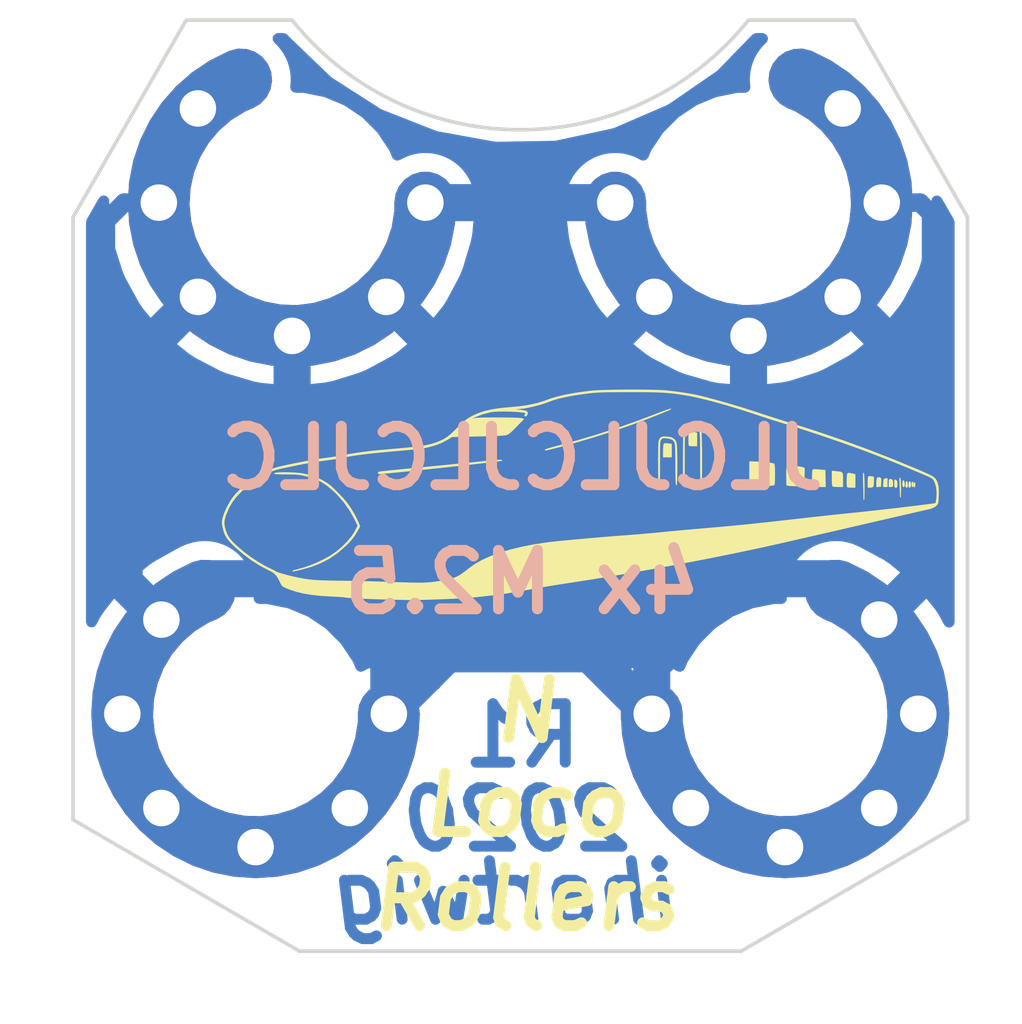
<source format=kicad_pcb>
(kicad_pcb (version 20171130) (host pcbnew "(5.1.6-0)")

  (general
    (thickness 1.2)
    (drawings 16)
    (tracks 33)
    (zones 0)
    (modules 5)
    (nets 2)
  )

  (page A4)
  (title_block
    (title "Loco Rollers")
    (date 2020-12-23)
    (rev R1)
    (company "Design By: Ian Hartwig")
    (comment 1 "For N Scale (1:160)")
  )

  (layers
    (0 F.Cu signal)
    (31 B.Cu signal)
    (32 B.Adhes user)
    (33 F.Adhes user)
    (34 B.Paste user)
    (35 F.Paste user)
    (36 B.SilkS user)
    (37 F.SilkS user)
    (38 B.Mask user)
    (39 F.Mask user)
    (40 Dwgs.User user)
    (41 Cmts.User user)
    (42 Eco1.User user)
    (43 Eco2.User user)
    (44 Edge.Cuts user)
    (45 Margin user)
    (46 B.CrtYd user hide)
    (47 F.CrtYd user hide)
    (48 B.Fab user hide)
    (49 F.Fab user hide)
  )

  (setup
    (last_trace_width 0.508)
    (user_trace_width 0.1524)
    (user_trace_width 0.254)
    (user_trace_width 0.508)
    (trace_clearance 0.254)
    (zone_clearance 0.1524)
    (zone_45_only no)
    (trace_min 0.1524)
    (via_size 0.6096)
    (via_drill 0.3048)
    (via_min_size 0.4)
    (via_min_drill 0.3)
    (uvia_size 0.3)
    (uvia_drill 0.1)
    (uvias_allowed no)
    (uvia_min_size 0.2)
    (uvia_min_drill 0.1)
    (edge_width 0.05)
    (segment_width 0.2)
    (pcb_text_width 0.3)
    (pcb_text_size 1.5 1.5)
    (mod_edge_width 0.12)
    (mod_text_size 0.8 0.8)
    (mod_text_width 0.15)
    (pad_size 1.524 1.524)
    (pad_drill 0.762)
    (pad_to_mask_clearance 0.05)
    (aux_axis_origin 150 120)
    (visible_elements FFFFFF7F)
    (pcbplotparams
      (layerselection 0x010f0_ffffffff)
      (usegerberextensions false)
      (usegerberattributes true)
      (usegerberadvancedattributes true)
      (creategerberjobfile true)
      (excludeedgelayer true)
      (linewidth 0.100000)
      (plotframeref false)
      (viasonmask false)
      (mode 1)
      (useauxorigin true)
      (hpglpennumber 1)
      (hpglpenspeed 20)
      (hpglpendiameter 15.000000)
      (psnegative false)
      (psa4output false)
      (plotreference true)
      (plotvalue true)
      (plotinvisibletext false)
      (padsonsilk false)
      (subtractmaskfromsilk true)
      (outputformat 1)
      (mirror false)
      (drillshape 0)
      (scaleselection 1)
      (outputdirectory "gerber"))
  )

  (net 0 "")
  (net 1 /PWR)

  (net_class Default "This is the default net class."
    (clearance 0.254)
    (trace_width 0.508)
    (via_dia 0.6096)
    (via_drill 0.3048)
    (uvia_dia 0.3)
    (uvia_drill 0.1)
    (add_net /PWR)
  )

  (module loco-rollers-n:shinkansen_e5_mark_3000dpi_nocu (layer F.Cu) (tedit 0) (tstamp 5FE3EE6A)
    (at 156.95 113.75)
    (fp_text reference G*** (at 0 0) (layer F.SilkS) hide
      (effects (font (size 1.524 1.524) (thickness 0.3)))
    )
    (fp_text value LOGO (at 0.75 0) (layer F.SilkS) hide
      (effects (font (size 1.524 1.524) (thickness 0.3)))
    )
    (fp_poly (pts (xy -0.946622 -1.112751) (xy -0.939801 -1.092309) (xy -0.9398 -1.092069) (xy -0.946733 -1.076469)
      (xy -0.963302 -1.068131) (xy -0.983161 -1.068723) (xy -0.997373 -1.07696) (xy -1.006992 -1.094591)
      (xy -1.000093 -1.110374) (xy -0.986617 -1.119026) (xy -0.963751 -1.122534) (xy -0.946622 -1.112751)) (layer F.Mask) (width 0.01))
    (fp_poly (pts (xy -1.050186 -1.117771) (xy -1.034963 -1.103271) (xy -1.036147 -1.086054) (xy -1.043093 -1.07696)
      (xy -1.063103 -1.067441) (xy -1.085432 -1.072173) (xy -1.095469 -1.079745) (xy -1.104097 -1.096339)
      (xy -1.099544 -1.111145) (xy -1.08551 -1.121055) (xy -1.065697 -1.122961) (xy -1.050186 -1.117771)) (layer F.Mask) (width 0.01))
    (fp_poly (pts (xy -1.144835 -1.118853) (xy -1.133184 -1.107195) (xy -1.132093 -1.091546) (xy -1.139731 -1.079745)
      (xy -1.16087 -1.068038) (xy -1.182821 -1.070415) (xy -1.192107 -1.07696) (xy -1.201711 -1.094787)
      (xy -1.194732 -1.11091) (xy -1.185013 -1.117771) (xy -1.163345 -1.123415) (xy -1.144835 -1.118853)) (layer F.Mask) (width 0.01))
    (fp_poly (pts (xy -1.248582 -1.119026) (xy -1.231697 -1.105881) (xy -1.228406 -1.091016) (xy -1.236138 -1.077741)
      (xy -1.252317 -1.069369) (xy -1.274372 -1.069209) (xy -1.284817 -1.072407) (xy -1.294129 -1.083706)
      (xy -1.293424 -1.101088) (xy -1.283081 -1.11727) (xy -1.282449 -1.117808) (xy -1.267618 -1.124238)
      (xy -1.248582 -1.119026)) (layer F.Mask) (width 0.01))
    (fp_poly (pts (xy 4.565389 0.034411) (xy 4.589152 0.036132) (xy 4.601676 0.039595) (xy 4.605798 0.04525)
      (xy 4.605867 0.046405) (xy 4.603809 0.053745) (xy 4.595966 0.059248) (xy 4.579839 0.063461)
      (xy 4.552925 0.066928) (xy 4.512722 0.070192) (xy 4.48945 0.071752) (xy 4.452727 0.073886)
      (xy 4.429709 0.07422) (xy 4.417221 0.072301) (xy 4.412089 0.067676) (xy 4.411134 0.060558)
      (xy 4.413995 0.049733) (xy 4.42414 0.042199) (xy 4.443909 0.037421) (xy 4.475644 0.034865)
      (xy 4.521685 0.033997) (xy 4.52755 0.033982) (xy 4.565389 0.034411)) (layer F.Mask) (width 0.01))
    (fp_poly (pts (xy 4.321027 0.051651) (xy 4.333995 0.05341) (xy 4.340633 0.056428) (xy 4.343062 0.060848)
      (xy 4.3434 0.066493) (xy 4.342846 0.074074) (xy 4.339812 0.079976) (xy 4.332246 0.084573)
      (xy 4.318093 0.088239) (xy 4.295298 0.091348) (xy 4.261807 0.094275) (xy 4.215565 0.097392)
      (xy 4.15452 0.101073) (xy 4.1529 0.101169) (xy 4.087034 0.105039) (xy 4.036142 0.107828)
      (xy 3.998294 0.109433) (xy 3.971559 0.10975) (xy 3.954006 0.108676) (xy 3.943704 0.106106)
      (xy 3.938722 0.101938) (xy 3.93713 0.096067) (xy 3.937 0.089573) (xy 3.937628 0.081161)
      (xy 3.94077 0.074534) (xy 3.948309 0.069397) (xy 3.962133 0.065458) (xy 3.984126 0.062423)
      (xy 4.016174 0.059998) (xy 4.060162 0.057891) (xy 4.117976 0.055808) (xy 4.163484 0.054341)
      (xy 4.222959 0.052496) (xy 4.267628 0.051337) (xy 4.299611 0.051008) (xy 4.321027 0.051651)) (layer F.Mask) (width 0.01))
    (fp_poly (pts (xy 3.767989 0.067733) (xy 3.762404 0.091017) (xy 3.757179 0.109339) (xy 3.753251 0.118352)
      (xy 3.744258 0.119449) (xy 3.720261 0.120766) (xy 3.683186 0.122242) (xy 3.634962 0.123813)
      (xy 3.577516 0.125416) (xy 3.512773 0.126988) (xy 3.447525 0.12837) (xy 3.276113 0.13183)
      (xy 3.098761 0.135555) (xy 2.917071 0.139503) (xy 2.732641 0.143636) (xy 2.547074 0.147913)
      (xy 2.36197 0.152294) (xy 2.178929 0.156739) (xy 1.999552 0.161208) (xy 1.825439 0.165661)
      (xy 1.658191 0.170059) (xy 1.499409 0.17436) (xy 1.350694 0.178525) (xy 1.213644 0.182514)
      (xy 1.089863 0.186287) (xy 0.980949 0.189803) (xy 0.9525 0.190765) (xy 0.793643 0.196548)
      (xy 0.648168 0.202624) (xy 0.512525 0.209192) (xy 0.383163 0.216453) (xy 0.256532 0.224608)
      (xy 0.12908 0.233858) (xy -0.002742 0.244401) (xy -0.0127 0.245233) (xy -0.074228 0.250302)
      (xy -0.135462 0.255202) (xy -0.192567 0.259634) (xy -0.241704 0.263304) (xy -0.279036 0.265914)
      (xy -0.287866 0.266478) (xy -0.329803 0.269064) (xy -0.37154 0.271652) (xy -0.405958 0.273801)
      (xy -0.414866 0.274362) (xy -0.451019 0.275061) (xy -0.48846 0.273419) (xy -0.502434 0.272002)
      (xy -0.543435 0.2667) (xy -0.523601 0.24871) (xy -0.49946 0.233968) (xy -0.45991 0.218798)
      (xy -0.406465 0.203433) (xy -0.340635 0.188107) (xy -0.263934 0.173052) (xy -0.177872 0.158501)
      (xy -0.083963 0.144687) (xy 0.016281 0.131843) (xy 0.121349 0.120202) (xy 0.229728 0.109997)
      (xy 0.339907 0.10146) (xy 0.450372 0.094825) (xy 0.486829 0.093084) (xy 0.520462 0.091916)
      (xy 0.569868 0.090681) (xy 0.633884 0.089388) (xy 0.71135 0.088049) (xy 0.801104 0.086674)
      (xy 0.901985 0.085274) (xy 1.012831 0.083858) (xy 1.132482 0.082439) (xy 1.259777 0.081025)
      (xy 1.393553 0.079628) (xy 1.53265 0.078258) (xy 1.675906 0.076926) (xy 1.822161 0.075642)
      (xy 1.970253 0.074417) (xy 2.11902 0.073261) (xy 2.267302 0.072185) (xy 2.413937 0.0712)
      (xy 2.557765 0.070315) (xy 2.697623 0.069542) (xy 2.83235 0.068891) (xy 2.960786 0.068372)
      (xy 3.081769 0.067997) (xy 3.194138 0.067775) (xy 3.283111 0.067715) (xy 3.767989 0.067733)) (layer F.Mask) (width 0.01))
    (fp_poly (pts (xy 1.53151 -0.858827) (xy 1.544478 -0.856028) (xy 1.591734 -0.845452) (xy 1.591734 -0.668867)
      (xy 1.542345 -0.668867) (xy 1.514777 -0.669766) (xy 1.494517 -0.672094) (xy 1.487311 -0.674511)
      (xy 1.48439 -0.685704) (xy 1.482598 -0.709229) (xy 1.481881 -0.74053) (xy 1.482179 -0.775047)
      (xy 1.483436 -0.808223) (xy 1.485595 -0.835499) (xy 1.488598 -0.852317) (xy 1.489574 -0.854518)
      (xy 1.496542 -0.860953) (xy 1.509033 -0.862349) (xy 1.53151 -0.858827)) (layer F.SilkS) (width 0.01))
    (fp_poly (pts (xy 1.231527 -1.171401) (xy 1.213977 -1.162639) (xy 1.184089 -1.149437) (xy 1.143642 -1.132493)
      (xy 1.094416 -1.112502) (xy 1.038191 -1.090161) (xy 0.976747 -1.066165) (xy 0.911862 -1.041211)
      (xy 0.845317 -1.015994) (xy 0.778892 -0.991212) (xy 0.714366 -0.967559) (xy 0.653519 -0.945733)
      (xy 0.608276 -0.929913) (xy 0.456935 -0.878884) (xy 0.300755 -0.828365) (xy 0.143491 -0.779491)
      (xy -0.011102 -0.733394) (xy -0.15927 -0.691208) (xy -0.297257 -0.654065) (xy -0.353052 -0.639794)
      (xy -0.401759 -0.627574) (xy -0.436422 -0.619014) (xy -0.459426 -0.613676) (xy -0.473157 -0.611119)
      (xy -0.480002 -0.610904) (xy -0.482345 -0.612593) (xy -0.482573 -0.615746) (xy -0.482572 -0.61595)
      (xy -0.474792 -0.620051) (xy -0.453238 -0.627475) (xy -0.420553 -0.63741) (xy -0.379386 -0.649046)
      (xy -0.340755 -0.659392) (xy -0.048556 -0.73907) (xy 0.231316 -0.822184) (xy 0.50335 -0.910185)
      (xy 0.772036 -1.004525) (xy 1.036826 -1.104682) (xy 1.089876 -1.125144) (xy 1.138071 -1.143176)
      (xy 1.179052 -1.157941) (xy 1.210462 -1.168603) (xy 1.229943 -1.174323) (xy 1.234959 -1.175029)
      (xy 1.231527 -1.171401)) (layer F.SilkS) (width 0.01))
    (fp_poly (pts (xy 1.197092 -0.698984) (xy 1.2446 -0.693048) (xy 1.2446 -0.516467) (xy 1.134534 -0.516467)
      (xy 1.134663 -0.599017) (xy 1.135445 -0.635731) (xy 1.13744 -0.666687) (xy 1.140301 -0.687539)
      (xy 1.142188 -0.693243) (xy 1.151292 -0.699818) (xy 1.169522 -0.701445) (xy 1.197092 -0.698984)) (layer F.SilkS) (width 0.01))
    (fp_poly (pts (xy -1.085216 -0.473714) (xy -1.076064 -0.471307) (xy -1.076533 -0.470044) (xy -1.086139 -0.4678)
      (xy -1.111204 -0.463992) (xy -1.150342 -0.458772) (xy -1.202166 -0.452288) (xy -1.265289 -0.444692)
      (xy -1.338324 -0.436131) (xy -1.419884 -0.426757) (xy -1.508582 -0.416719) (xy -1.603032 -0.406166)
      (xy -1.701845 -0.395248) (xy -1.803637 -0.384116) (xy -1.907019 -0.372918) (xy -2.010604 -0.361805)
      (xy -2.113007 -0.350926) (xy -2.212839 -0.340431) (xy -2.308714 -0.33047) (xy -2.399246 -0.321193)
      (xy -2.483046 -0.312749) (xy -2.558729 -0.305288) (xy -2.624907 -0.298959) (xy -2.680194 -0.293914)
      (xy -2.723202 -0.2903) (xy -2.752545 -0.288268) (xy -2.763849 -0.287867) (xy -2.76813 -0.294729)
      (xy -2.7686 -0.299958) (xy -2.768972 -0.302394) (xy -2.769378 -0.304514) (xy -2.768753 -0.306442)
      (xy -2.766034 -0.308302) (xy -2.760154 -0.310219) (xy -2.75005 -0.312317) (xy -2.734656 -0.314722)
      (xy -2.712909 -0.317556) (xy -2.683742 -0.320946) (xy -2.646092 -0.325015) (xy -2.598894 -0.329888)
      (xy -2.541083 -0.33569) (xy -2.471595 -0.342545) (xy -2.389365 -0.350577) (xy -2.293327 -0.359912)
      (xy -2.182418 -0.370673) (xy -2.074333 -0.381164) (xy -1.969977 -0.39133) (xy -1.86691 -0.401431)
      (xy -1.766949 -0.411285) (xy -1.671912 -0.42071) (xy -1.583614 -0.429525) (xy -1.503873 -0.437548)
      (xy -1.434505 -0.444597) (xy -1.377328 -0.45049) (xy -1.334157 -0.455046) (xy -1.316567 -0.456969)
      (xy -1.251083 -0.463854) (xy -1.193547 -0.469061) (xy -1.145617 -0.4725) (xy -1.108954 -0.474082)
      (xy -1.085216 -0.473714)) (layer F.SilkS) (width 0.01))
    (fp_poly (pts (xy 1.176582 -0.792987) (xy 1.190539 -0.791815) (xy 1.238824 -0.78316) (xy 1.273692 -0.766565)
      (xy 1.297436 -0.740412) (xy 1.311439 -0.706478) (xy 1.313919 -0.689524) (xy 1.316032 -0.659417)
      (xy 1.317775 -0.618533) (xy 1.319143 -0.569244) (xy 1.320134 -0.513926) (xy 1.320744 -0.454951)
      (xy 1.320968 -0.394694) (xy 1.320804 -0.335528) (xy 1.320247 -0.279828) (xy 1.319293 -0.229967)
      (xy 1.317939 -0.18832) (xy 1.316182 -0.15726) (xy 1.314017 -0.13916) (xy 1.312334 -0.135467)
      (xy 1.309742 -0.143842) (xy 1.307566 -0.168614) (xy 1.305824 -0.209249) (xy 1.304533 -0.265215)
      (xy 1.30371 -0.335978) (xy 1.303389 -0.408517) (xy 1.302954 -0.497514) (xy 1.301973 -0.570256)
      (xy 1.300423 -0.627415) (xy 1.29828 -0.66966) (xy 1.295522 -0.697664) (xy 1.292806 -0.710407)
      (xy 1.2777 -0.739089) (xy 1.254202 -0.758635) (xy 1.21951 -0.770676) (xy 1.180101 -0.77615)
      (xy 1.148688 -0.778398) (xy 1.129265 -0.777835) (xy 1.116968 -0.773309) (xy 1.106935 -0.763674)
      (xy 1.102149 -0.757729) (xy 1.097223 -0.751035) (xy 1.093263 -0.743599) (xy 1.090166 -0.733615)
      (xy 1.087824 -0.719278) (xy 1.086133 -0.698783) (xy 1.084987 -0.670326) (xy 1.08428 -0.632101)
      (xy 1.083905 -0.582303) (xy 1.083759 -0.519127) (xy 1.083734 -0.443358) (xy 1.083489 -0.356827)
      (xy 1.082766 -0.284894) (xy 1.081577 -0.228023) (xy 1.079936 -0.186676) (xy 1.077857 -0.161317)
      (xy 1.075352 -0.152408) (xy 1.075267 -0.1524) (xy 1.072739 -0.160786) (xy 1.07064 -0.185631)
      (xy 1.068983 -0.226466) (xy 1.067781 -0.282822) (xy 1.067049 -0.354229) (xy 1.0668 -0.440218)
      (xy 1.0668 -0.440687) (xy 1.066907 -0.520754) (xy 1.067274 -0.585616) (xy 1.067972 -0.637004)
      (xy 1.069072 -0.676644) (xy 1.070644 -0.706266) (xy 1.072759 -0.727597) (xy 1.075488 -0.742368)
      (xy 1.078901 -0.752304) (xy 1.079588 -0.753703) (xy 1.093994 -0.77525) (xy 1.112484 -0.788128)
      (xy 1.138774 -0.793615) (xy 1.176582 -0.792987)) (layer F.SilkS) (width 0.01))
    (fp_poly (pts (xy 2.391833 -0.450431) (xy 2.44789 -0.447877) (xy 2.502172 -0.44415) (xy 2.551825 -0.439566)
      (xy 2.593997 -0.434439) (xy 2.625832 -0.429085) (xy 2.644479 -0.423819) (xy 2.647132 -0.422256)
      (xy 2.651807 -0.41396) (xy 2.655112 -0.396671) (xy 2.657217 -0.368297) (xy 2.658295 -0.326746)
      (xy 2.658533 -0.283289) (xy 2.658209 -0.237298) (xy 2.657317 -0.196678) (xy 2.655975 -0.164739)
      (xy 2.654302 -0.144793) (xy 2.653394 -0.140393) (xy 2.649488 -0.135461) (xy 2.640575 -0.131925)
      (xy 2.624307 -0.129589) (xy 2.598337 -0.128256) (xy 2.560318 -0.127731) (xy 2.507902 -0.127817)
      (xy 2.503111 -0.127844) (xy 2.45372 -0.12846) (xy 2.408962 -0.129629) (xy 2.372132 -0.131219)
      (xy 2.346526 -0.133097) (xy 2.3368 -0.134576) (xy 2.315633 -0.140464) (xy 2.315633 -0.452967)
      (xy 2.391833 -0.450431)) (layer F.SilkS) (width 0.01))
    (fp_poly (pts (xy 2.866729 -0.395717) (xy 2.900247 -0.393329) (xy 2.926924 -0.390832) (xy 2.967216 -0.3863)
      (xy 3.003331 -0.381188) (xy 3.030637 -0.376212) (xy 3.042462 -0.37303) (xy 3.0654 -0.364309)
      (xy 3.0607 -0.122767) (xy 2.976033 -0.121715) (xy 2.935518 -0.121791) (xy 2.897468 -0.122872)
      (xy 2.867647 -0.124753) (xy 2.8575 -0.125948) (xy 2.823633 -0.131233) (xy 2.821522 -0.254)
      (xy 2.821262 -0.298594) (xy 2.821985 -0.337616) (xy 2.823556 -0.367706) (xy 2.825842 -0.385504)
      (xy 2.826867 -0.38834) (xy 2.832993 -0.393296) (xy 2.845296 -0.395731) (xy 2.866729 -0.395717)) (layer F.SilkS) (width 0.01))
    (fp_poly (pts (xy 4.5466 -0.173567) (xy 4.552326 -0.162308) (xy 4.555034 -0.141791) (xy 4.555067 -0.1392)
      (xy 4.552906 -0.119813) (xy 4.547606 -0.110273) (xy 4.5466 -0.110067) (xy 4.54133 -0.117585)
      (xy 4.538369 -0.136398) (xy 4.538134 -0.144433) (xy 4.539919 -0.165892) (xy 4.544744 -0.174071)
      (xy 4.5466 -0.173567)) (layer F.SilkS) (width 0.01))
    (fp_poly (pts (xy 4.4262 -0.189614) (xy 4.432285 -0.171173) (xy 4.434881 -0.149622) (xy 4.435296 -0.124726)
      (xy 4.431628 -0.112787) (xy 4.424297 -0.110067) (xy 4.416159 -0.114113) (xy 4.41212 -0.128514)
      (xy 4.411134 -0.153106) (xy 4.413512 -0.180891) (xy 4.419238 -0.192957) (xy 4.4262 -0.189614)) (layer F.SilkS) (width 0.01))
    (fp_poly (pts (xy 4.260827 -0.207078) (xy 4.262274 -0.206528) (xy 4.270739 -0.197994) (xy 4.274874 -0.178543)
      (xy 4.275667 -0.155728) (xy 4.275216 -0.129435) (xy 4.272304 -0.115866) (xy 4.264588 -0.110813)
      (xy 4.250267 -0.110067) (xy 4.224867 -0.110067) (xy 4.224867 -0.160867) (xy 4.226092 -0.191439)
      (xy 4.23113 -0.207667) (xy 4.242026 -0.212048) (xy 4.260827 -0.207078)) (layer F.SilkS) (width 0.01))
    (fp_poly (pts (xy 4.199467 -0.110067) (xy 4.147859 -0.110067) (xy 4.150379 -0.162983) (xy 4.152212 -0.191936)
      (xy 4.155483 -0.20807) (xy 4.162098 -0.215494) (xy 4.173963 -0.218314) (xy 4.176184 -0.218579)
      (xy 4.199467 -0.221258) (xy 4.199467 -0.110067)) (layer F.SilkS) (width 0.01))
    (fp_poly (pts (xy 4.093106 -0.233723) (xy 4.10499 -0.229858) (xy 4.111484 -0.223039) (xy 4.113913 -0.209116)
      (xy 4.113599 -0.183943) (xy 4.113064 -0.171193) (xy 4.110567 -0.1143) (xy 4.08305 -0.111647)
      (xy 4.055534 -0.108994) (xy 4.055663 -0.162447) (xy 4.057097 -0.199977) (xy 4.061987 -0.223038)
      (xy 4.07155 -0.233944) (xy 4.087003 -0.23501) (xy 4.093106 -0.233723)) (layer F.SilkS) (width 0.01))
    (fp_poly (pts (xy 3.49885 -0.318075) (xy 3.5372 -0.313987) (xy 3.562981 -0.30974) (xy 3.578671 -0.302301)
      (xy 3.586746 -0.288633) (xy 3.589682 -0.265702) (xy 3.589955 -0.230472) (xy 3.589867 -0.206516)
      (xy 3.589867 -0.110067) (xy 3.528484 -0.110735) (xy 3.496782 -0.111626) (xy 3.47119 -0.11334)
      (xy 3.456943 -0.115518) (xy 3.456517 -0.115674) (xy 3.451597 -0.123351) (xy 3.448308 -0.142849)
      (xy 3.446477 -0.175884) (xy 3.445933 -0.221933) (xy 3.445933 -0.323921) (xy 3.49885 -0.318075)) (layer F.SilkS) (width 0.01))
    (fp_poly (pts (xy 3.224974 -0.344384) (xy 3.258117 -0.342428) (xy 3.27317 -0.341185) (xy 3.348567 -0.334433)
      (xy 3.350929 -0.22225) (xy 3.353292 -0.110067) (xy 3.291663 -0.111422) (xy 3.256562 -0.112585)
      (xy 3.224353 -0.114317) (xy 3.202517 -0.116192) (xy 3.175 -0.119606) (xy 3.175 -0.229402)
      (xy 3.175428 -0.27722) (xy 3.176861 -0.31035) (xy 3.17952 -0.331019) (xy 3.183627 -0.341455)
      (xy 3.186387 -0.343568) (xy 3.199543 -0.344806) (xy 3.224974 -0.344384)) (layer F.SilkS) (width 0.01))
    (fp_poly (pts (xy 4.577787 -0.161553) (xy 4.580414 -0.144388) (xy 4.580467 -0.1407) (xy 4.57826 -0.119435)
      (xy 4.57286 -0.106518) (xy 4.572 -0.105833) (xy 4.566213 -0.109381) (xy 4.563587 -0.126546)
      (xy 4.563534 -0.130234) (xy 4.56574 -0.151499) (xy 4.57114 -0.164416) (xy 4.572 -0.1651)
      (xy 4.577787 -0.161553)) (layer F.SilkS) (width 0.01))
    (fp_poly (pts (xy 4.516871 -0.172814) (xy 4.520684 -0.15586) (xy 4.5212 -0.1397) (xy 4.519538 -0.114588)
      (xy 4.513887 -0.103149) (xy 4.5085 -0.1016) (xy 4.500129 -0.106586) (xy 4.496317 -0.12354)
      (xy 4.4958 -0.1397) (xy 4.497462 -0.164812) (xy 4.503114 -0.176251) (xy 4.5085 -0.1778)
      (xy 4.516871 -0.172814)) (layer F.SilkS) (width 0.01))
    (fp_poly (pts (xy 4.471592 -0.174435) (xy 4.475884 -0.155105) (xy 4.477214 -0.141817) (xy 4.477701 -0.116826)
      (xy 4.474263 -0.104696) (xy 4.466167 -0.1016) (xy 4.45791 -0.104897) (xy 4.454598 -0.117337)
      (xy 4.45512 -0.141817) (xy 4.458224 -0.165272) (xy 4.463224 -0.179764) (xy 4.466167 -0.182033)
      (xy 4.471592 -0.174435)) (layer F.SilkS) (width 0.01))
    (fp_poly (pts (xy 4.321672 -0.198779) (xy 4.331273 -0.183779) (xy 4.334824 -0.155593) (xy 4.334934 -0.147261)
      (xy 4.334169 -0.12067) (xy 4.330875 -0.106937) (xy 4.323553 -0.102018) (xy 4.318 -0.1016)
      (xy 4.308543 -0.103454) (xy 4.303432 -0.111596) (xy 4.301378 -0.1299) (xy 4.301067 -0.1524)
      (xy 4.301603 -0.179197) (xy 4.302997 -0.197605) (xy 4.304608 -0.2032) (xy 4.321672 -0.198779)) (layer F.SilkS) (width 0.01))
    (fp_poly (pts (xy 3.977899 -0.248993) (xy 3.982244 -0.248341) (xy 4.0132 -0.243318) (xy 4.013085 -0.191509)
      (xy 4.012244 -0.151416) (xy 4.008999 -0.125303) (xy 4.001946 -0.110246) (xy 3.989678 -0.10332)
      (xy 3.970791 -0.101602) (xy 3.969879 -0.1016) (xy 3.937 -0.1016) (xy 3.937 -0.173067)
      (xy 3.937792 -0.206156) (xy 3.939901 -0.232262) (xy 3.94293 -0.24716) (xy 3.944144 -0.248949)
      (xy 3.956555 -0.250606) (xy 3.977899 -0.248993)) (layer F.SilkS) (width 0.01))
    (fp_poly (pts (xy 3.698977 -0.29156) (xy 3.711944 -0.288761) (xy 3.7592 -0.278186) (xy 3.7592 -0.1016)
      (xy 3.709811 -0.1016) (xy 3.682244 -0.1025) (xy 3.661983 -0.104827) (xy 3.654778 -0.107245)
      (xy 3.651856 -0.118437) (xy 3.650065 -0.141963) (xy 3.649347 -0.173263) (xy 3.649646 -0.207781)
      (xy 3.650903 -0.240957) (xy 3.653062 -0.268233) (xy 3.656065 -0.285051) (xy 3.657041 -0.287252)
      (xy 3.664008 -0.293687) (xy 3.6765 -0.295082) (xy 3.698977 -0.29156)) (layer F.SilkS) (width 0.01))
    (fp_poly (pts (xy 1.570527 -0.95368) (xy 1.58881 -0.948052) (xy 1.606919 -0.937725) (xy 1.608171 -0.9369)
      (xy 1.636371 -0.910208) (xy 1.649373 -0.882624) (xy 1.651653 -0.866946) (xy 1.653665 -0.837366)
      (xy 1.655406 -0.795916) (xy 1.656871 -0.744631) (xy 1.658056 -0.685541) (xy 1.658957 -0.620681)
      (xy 1.659569 -0.552081) (xy 1.659889 -0.481776) (xy 1.659911 -0.411798) (xy 1.659633 -0.344179)
      (xy 1.659048 -0.280952) (xy 1.658155 -0.22415) (xy 1.656947 -0.175805) (xy 1.655422 -0.137949)
      (xy 1.653573 -0.112616) (xy 1.651399 -0.101839) (xy 1.651 -0.1016) (xy 1.648741 -0.110012)
      (xy 1.646819 -0.135034) (xy 1.645244 -0.176346) (xy 1.64402 -0.233628) (xy 1.643157 -0.30656)
      (xy 1.642661 -0.394822) (xy 1.642533 -0.478639) (xy 1.642486 -0.57348) (xy 1.642242 -0.652881)
      (xy 1.641652 -0.718337) (xy 1.640565 -0.77134) (xy 1.638832 -0.813384) (xy 1.636302 -0.845964)
      (xy 1.632824 -0.870572) (xy 1.628248 -0.888703) (xy 1.622424 -0.901849) (xy 1.615202 -0.911505)
      (xy 1.606432 -0.919165) (xy 1.597591 -0.925257) (xy 1.570474 -0.935519) (xy 1.529772 -0.940472)
      (xy 1.521161 -0.940759) (xy 1.499432 -0.941283) (xy 1.481146 -0.940942) (xy 1.466006 -0.9384)
      (xy 1.453716 -0.93232) (xy 1.443978 -0.921365) (xy 1.436497 -0.904199) (xy 1.430976 -0.879485)
      (xy 1.427118 -0.845887) (xy 1.424627 -0.802067) (xy 1.423206 -0.74669) (xy 1.422559 -0.678418)
      (xy 1.422389 -0.595915) (xy 1.4224 -0.497844) (xy 1.4224 -0.495572) (xy 1.422218 -0.392511)
      (xy 1.421668 -0.306184) (xy 1.420745 -0.236394) (xy 1.419446 -0.182946) (xy 1.417765 -0.145643)
      (xy 1.415698 -0.12429) (xy 1.413613 -0.118533) (xy 1.411319 -0.126066) (xy 1.409492 -0.148845)
      (xy 1.408127 -0.187149) (xy 1.407219 -0.241251) (xy 1.406765 -0.311428) (xy 1.40676 -0.397956)
      (xy 1.4072 -0.50111) (xy 1.407263 -0.511623) (xy 1.407852 -0.603428) (xy 1.408427 -0.679824)
      (xy 1.409063 -0.742335) (xy 1.409834 -0.792485) (xy 1.410814 -0.831797) (xy 1.412076 -0.861797)
      (xy 1.413694 -0.884007) (xy 1.415744 -0.899952) (xy 1.418298 -0.911157) (xy 1.42143 -0.919144)
      (xy 1.425216 -0.925438) (xy 1.427511 -0.928606) (xy 1.437891 -0.940788) (xy 1.449627 -0.948178)
      (xy 1.467281 -0.952215) (xy 1.495418 -0.954337) (xy 1.511192 -0.954993) (xy 1.546508 -0.955648)
      (xy 1.570527 -0.95368)) (layer F.SilkS) (width 0.01))
    (fp_poly (pts (xy 4.375297 -0.228226) (xy 4.377512 -0.222373) (xy 4.380445 -0.204034) (xy 4.382573 -0.172137)
      (xy 4.383773 -0.130041) (xy 4.383921 -0.081107) (xy 4.383602 -0.057273) (xy 4.382683 -0.016288)
      (xy 4.381695 0.013156) (xy 4.380715 0.02968) (xy 4.379825 0.031903) (xy 4.379159 0.020379)
      (xy 4.378032 -0.012951) (xy 4.376437 -0.057007) (xy 4.374602 -0.105595) (xy 4.373069 -0.144721)
      (xy 4.371631 -0.187952) (xy 4.371478 -0.215485) (xy 4.372677 -0.228512) (xy 4.375297 -0.228226)) (layer F.SilkS) (width 0.01))
    (fp_poly (pts (xy 3.876697 -0.292106) (xy 3.878128 -0.285951) (xy 3.880499 -0.265675) (xy 3.882383 -0.231599)
      (xy 3.883696 -0.186853) (xy 3.88436 -0.134565) (xy 3.88429 -0.077863) (xy 3.884076 -0.057351)
      (xy 3.883321 -0.008337) (xy 3.882498 0.029442) (xy 3.881657 0.054781) (xy 3.880845 0.06648)
      (xy 3.880114 0.063336) (xy 3.879654 0.0508) (xy 3.878732 0.014069) (xy 3.877483 -0.034522)
      (xy 3.876038 -0.089906) (xy 3.874529 -0.147017) (xy 3.873706 -0.1778) (xy 3.872489 -0.230572)
      (xy 3.872139 -0.267409) (xy 3.872697 -0.289292) (xy 3.874203 -0.297198) (xy 3.876697 -0.292106)) (layer F.SilkS) (width 0.01))
    (fp_poly (pts (xy -3.984037 -0.302663) (xy -3.931249 -0.300373) (xy -3.880401 -0.296885) (xy -3.83418 -0.292233)
      (xy -3.795274 -0.286449) (xy -3.7846 -0.28432) (xy -3.698434 -0.262799) (xy -3.623463 -0.237215)
      (xy -3.554037 -0.205255) (xy -3.484508 -0.164606) (xy -3.471139 -0.15592) (xy -3.449929 -0.141192)
      (xy -3.428408 -0.124397) (xy -3.404696 -0.103764) (xy -3.37691 -0.077521) (xy -3.34317 -0.043898)
      (xy -3.301593 -0.001124) (xy -3.256009 0.046567) (xy -3.200435 0.112042) (xy -3.145966 0.189369)
      (xy -3.095768 0.273589) (xy -3.053006 0.359746) (xy -3.046638 0.374384) (xy -3.022017 0.43224)
      (xy -3.053572 0.48917) (xy -3.085138 0.542541) (xy -3.117797 0.589357) (xy -3.155332 0.634407)
      (xy -3.201527 0.682477) (xy -3.222537 0.702914) (xy -3.327871 0.793992) (xy -3.43923 0.870455)
      (xy -3.558458 0.933304) (xy -3.687401 0.983539) (xy -3.798271 1.015191) (xy -3.853003 1.028504)
      (xy -3.892997 1.037962) (xy -3.919922 1.043896) (xy -3.93545 1.046634) (xy -3.941249 1.046506)
      (xy -3.93899 1.043844) (xy -3.937 1.042606) (xy -3.921927 1.036665) (xy -3.896805 1.029429)
      (xy -3.877733 1.02486) (xy -3.79659 1.003155) (xy -3.707812 0.972797) (xy -3.616735 0.936026)
      (xy -3.52869 0.895077) (xy -3.449011 0.85219) (xy -3.412066 0.829484) (xy -3.334048 0.773775)
      (xy -3.260514 0.711455) (xy -3.194121 0.645258) (xy -3.137528 0.577914) (xy -3.093394 0.512157)
      (xy -3.080992 0.489249) (xy -3.048111 0.423931) (xy -3.085662 0.345315) (xy -3.153509 0.221868)
      (xy -3.235522 0.104666) (xy -3.329187 -0.00295) (xy -3.396607 -0.067495) (xy -3.471784 -0.128929)
      (xy -3.545393 -0.177284) (xy -3.622163 -0.214951) (xy -3.706827 -0.244324) (xy -3.7846 -0.263713)
      (xy -3.821367 -0.271032) (xy -3.856097 -0.276301) (xy -3.892844 -0.279843) (xy -3.935663 -0.281975)
      (xy -3.988607 -0.283019) (xy -4.032251 -0.28327) (xy -4.081996 -0.283675) (xy -4.12536 -0.284582)
      (xy -4.159726 -0.285891) (xy -4.182476 -0.287503) (xy -4.190992 -0.289316) (xy -4.191001 -0.289374)
      (xy -4.183011 -0.294974) (xy -4.160837 -0.299175) (xy -4.127164 -0.302011) (xy -4.084682 -0.303515)
      (xy -4.036077 -0.303721) (xy -3.984037 -0.302663)) (layer F.SilkS) (width 0.01))
    (fp_poly (pts (xy 0.772718 -1.435466) (xy 0.863955 -1.434822) (xy 0.949697 -1.433569) (xy 1.027452 -1.431697)
      (xy 1.094729 -1.429196) (xy 1.149037 -1.426057) (xy 1.172634 -1.424038) (xy 1.265367 -1.413733)
      (xy 1.358996 -1.401513) (xy 1.448882 -1.388066) (xy 1.530389 -1.374078) (xy 1.589097 -1.362388)
      (xy 1.649842 -1.348331) (xy 1.723725 -1.329733) (xy 1.807824 -1.307428) (xy 1.89922 -1.282252)
      (xy 1.994992 -1.255039) (xy 2.09222 -1.226624) (xy 2.187983 -1.197842) (xy 2.279362 -1.169528)
      (xy 2.363436 -1.142516) (xy 2.396067 -1.131694) (xy 2.47296 -1.106203) (xy 2.560551 -1.077655)
      (xy 2.653307 -1.047822) (xy 2.745695 -1.018476) (xy 2.832182 -0.991388) (xy 2.887133 -0.974448)
      (xy 3.231393 -0.864971) (xy 3.579904 -0.745869) (xy 3.927596 -0.619003) (xy 4.269397 -0.486232)
      (xy 4.600233 -0.349416) (xy 4.650509 -0.327836) (xy 4.713486 -0.30046) (xy 4.762823 -0.278132)
      (xy 4.800498 -0.259359) (xy 4.828488 -0.242646) (xy 4.848772 -0.226498) (xy 4.863329 -0.209422)
      (xy 4.874135 -0.189924) (xy 4.88317 -0.16651) (xy 4.889364 -0.147421) (xy 4.895929 -0.122414)
      (xy 4.899928 -0.095146) (xy 4.901666 -0.061408) (xy 4.901451 -0.01699) (xy 4.900765 0.008721)
      (xy 4.899148 0.053993) (xy 4.897202 0.085666) (xy 4.894311 0.107069) (xy 4.889861 0.121534)
      (xy 4.883237 0.132393) (xy 4.8765 0.140142) (xy 4.8592 0.156572) (xy 4.8398 0.169608)
      (xy 4.814956 0.180626) (xy 4.781322 0.191003) (xy 4.735555 0.202115) (xy 4.714643 0.206739)
      (xy 4.693633 0.211425) (xy 4.657312 0.219665) (xy 4.606863 0.231188) (xy 4.543469 0.245719)
      (xy 4.468314 0.262988) (xy 4.382581 0.28272) (xy 4.287454 0.304643) (xy 4.184116 0.328485)
      (xy 4.073751 0.353974) (xy 3.957542 0.380835) (xy 3.836673 0.408798) (xy 3.712327 0.437589)
      (xy 3.683 0.444383) (xy 3.553592 0.474325) (xy 3.4244 0.504144) (xy 3.296908 0.533499)
      (xy 3.172601 0.562053) (xy 3.052963 0.589466) (xy 2.939479 0.6154) (xy 2.833633 0.639517)
      (xy 2.73691 0.661476) (xy 2.650794 0.68094) (xy 2.57677 0.697569) (xy 2.516322 0.711026)
      (xy 2.472267 0.720682) (xy 2.099831 0.799261) (xy 1.71486 0.876613) (xy 1.321747 0.951934)
      (xy 0.924883 1.024419) (xy 0.528661 1.093263) (xy 0.137474 1.157663) (xy -0.198966 1.209996)
      (xy -0.278907 1.222242) (xy -0.358876 1.234808) (xy -0.43611 1.247237) (xy -0.507846 1.259074)
      (xy -0.57132 1.26986) (xy -0.623768 1.279141) (xy -0.662426 1.28646) (xy -0.664633 1.286905)
      (xy -0.841046 1.319824) (xy -1.029287 1.349655) (xy -1.224427 1.375722) (xy -1.421533 1.397349)
      (xy -1.5621 1.409808) (xy -1.599494 1.412378) (xy -1.648975 1.415179) (xy -1.708256 1.418129)
      (xy -1.775049 1.421149) (xy -1.847067 1.424156) (xy -1.922022 1.427071) (xy -1.997625 1.429812)
      (xy -2.071591 1.432298) (xy -2.14163 1.434448) (xy -2.205456 1.436182) (xy -2.26078 1.437419)
      (xy -2.305315 1.438077) (xy -2.336774 1.438076) (xy -2.3495 1.437659) (xy -2.361794 1.437211)
      (xy -2.388901 1.436457) (xy -2.428704 1.435447) (xy -2.479087 1.434233) (xy -2.537933 1.432867)
      (xy -2.603125 1.4314) (xy -2.650066 1.430369) (xy -2.728449 1.428411) (xy -2.807492 1.425969)
      (xy -2.885287 1.42314) (xy -2.959927 1.420024) (xy -3.029503 1.416717) (xy -3.092106 1.413319)
      (xy -3.145829 1.409927) (xy -3.188762 1.40664) (xy -3.218999 1.403556) (xy -3.23463 1.400774)
      (xy -3.235908 1.400219) (xy -3.24577 1.398773) (xy -3.270022 1.396797) (xy -3.306132 1.39445)
      (xy -3.351569 1.391891) (xy -3.403803 1.389279) (xy -3.426461 1.388236) (xy -3.559797 1.379853)
      (xy -3.678744 1.367125) (xy -3.785377 1.349669) (xy -3.88177 1.327098) (xy -3.969998 1.299029)
      (xy -4.025087 1.277165) (xy -4.056129 1.263324) (xy -4.07619 1.251643) (xy -4.089913 1.237757)
      (xy -4.101944 1.2173) (xy -4.11277 1.194764) (xy -4.137749 1.145192) (xy -4.16152 1.108089)
      (xy -4.187682 1.079688) (xy -4.219831 1.056222) (xy -4.261567 1.033923) (xy -4.27036 1.029749)
      (xy -4.386065 0.968929) (xy -4.502861 0.895037) (xy -4.616478 0.811066) (xy -4.722644 0.720005)
      (xy -4.751013 0.693103) (xy -4.799319 0.643484) (xy -4.83573 0.598494) (xy -4.862605 0.553619)
      (xy -4.882302 0.504347) (xy -4.89718 0.446165) (xy -4.906253 0.396101) (xy -4.906177 0.387589)
      (xy -4.881965 0.387589) (xy -4.877109 0.433749) (xy -4.862716 0.486784) (xy -4.85913 0.497439)
      (xy -4.842804 0.539306) (xy -4.823542 0.575806) (xy -4.798619 0.610782) (xy -4.765308 0.648077)
      (xy -4.722527 0.689989) (xy -4.625193 0.775012) (xy -4.519749 0.855165) (xy -4.410565 0.927447)
      (xy -4.302016 0.988855) (xy -4.250266 1.014121) (xy -4.219008 1.029105) (xy -4.19276 1.042757)
      (xy -4.176174 1.052626) (xy -4.174066 1.05423) (xy -4.159979 1.0613) (xy -4.132239 1.071187)
      (xy -4.093731 1.083076) (xy -4.04734 1.096149) (xy -3.995952 1.109591) (xy -3.942454 1.122585)
      (xy -3.894667 1.133269) (xy -3.841213 1.144256) (xy -3.791717 1.153377) (xy -3.743757 1.160825)
      (xy -3.694908 1.166798) (xy -3.642748 1.17149) (xy -3.584852 1.175097) (xy -3.518797 1.177815)
      (xy -3.442161 1.17984) (xy -3.352519 1.181367) (xy -3.2893 1.18215) (xy -3.197824 1.183412)
      (xy -3.095805 1.185232) (xy -2.988288 1.187495) (xy -2.880319 1.190083) (xy -2.776942 1.19288)
      (xy -2.683203 1.195768) (xy -2.645833 1.197055) (xy -2.541566 1.200733) (xy -2.452504 1.203722)
      (xy -2.376933 1.206035) (xy -2.31314 1.207686) (xy -2.259411 1.20869) (xy -2.214034 1.209061)
      (xy -2.175293 1.208812) (xy -2.141476 1.207958) (xy -2.110868 1.206512) (xy -2.081757 1.204489)
      (xy -2.05252 1.201912) (xy -1.981104 1.193575) (xy -1.908424 1.182359) (xy -1.839118 1.169141)
      (xy -1.777825 1.154798) (xy -1.73243 1.141341) (xy -1.693958 1.125886) (xy -1.655065 1.105205)
      (xy -1.612617 1.077317) (xy -1.563485 1.040243) (xy -1.53082 1.013857) (xy -1.446159 0.952945)
      (xy -1.345645 0.896223) (xy -1.229879 0.843889) (xy -1.099464 0.796139) (xy -0.955 0.753171)
      (xy -0.797091 0.715179) (xy -0.626338 0.682362) (xy -0.443343 0.654915) (xy -0.424537 0.652492)
      (xy -0.390288 0.648514) (xy -0.341383 0.643366) (xy -0.280045 0.637246) (xy -0.208497 0.630353)
      (xy -0.128961 0.622886) (xy -0.043659 0.615044) (xy 0.045186 0.607027) (xy 0.135352 0.599033)
      (xy 0.224616 0.591262) (xy 0.310756 0.583913) (xy 0.39155 0.577184) (xy 0.464774 0.571275)
      (xy 0.528207 0.566386) (xy 0.5715 0.563266) (xy 0.628377 0.559133) (xy 0.695953 0.553866)
      (xy 0.770666 0.547773) (xy 0.848953 0.541165) (xy 0.927253 0.534349) (xy 1.002002 0.527635)
      (xy 1.069639 0.521331) (xy 1.126601 0.515746) (xy 1.159934 0.512242) (xy 1.190932 0.509047)
      (xy 1.236683 0.504628) (xy 1.295067 0.499177) (xy 1.363963 0.492885) (xy 1.441249 0.485944)
      (xy 1.524804 0.478545) (xy 1.612509 0.47088) (xy 1.702241 0.463141) (xy 1.722967 0.461368)
      (xy 1.817657 0.453224) (xy 1.906046 0.445476) (xy 1.989969 0.437936) (xy 2.071264 0.430414)
      (xy 2.151765 0.422723) (xy 2.233311 0.414674) (xy 2.317736 0.406078) (xy 2.406877 0.396746)
      (xy 2.502571 0.386491) (xy 2.606653 0.375124) (xy 2.72096 0.362455) (xy 2.847329 0.348297)
      (xy 2.987595 0.33246) (xy 3.077633 0.322251) (xy 3.165934 0.312313) (xy 3.25805 0.302103)
      (xy 3.350656 0.291979) (xy 3.440428 0.282298) (xy 3.524041 0.273418) (xy 3.598172 0.265698)
      (xy 3.659496 0.259496) (xy 3.6703 0.258433) (xy 3.733962 0.252046) (xy 3.806245 0.244515)
      (xy 3.885587 0.236023) (xy 3.970423 0.226753) (xy 4.05919 0.216889) (xy 4.150324 0.206613)
      (xy 4.242261 0.196111) (xy 4.333437 0.185564) (xy 4.42229 0.175157) (xy 4.507254 0.165073)
      (xy 4.586767 0.155496) (xy 4.659264 0.146608) (xy 4.723183 0.138594) (xy 4.776959 0.131638)
      (xy 4.819028 0.125921) (xy 4.847827 0.121629) (xy 4.861792 0.118944) (xy 4.862828 0.118507)
      (xy 4.867022 0.107468) (xy 4.871898 0.083975) (xy 4.876593 0.052438) (xy 4.877951 0.041065)
      (xy 4.881177 -0.033291) (xy 4.874177 -0.102229) (xy 4.857456 -0.16216) (xy 4.84578 -0.187313)
      (xy 4.837171 -0.202423) (xy 4.828367 -0.214381) (xy 4.816756 -0.224841) (xy 4.799725 -0.235458)
      (xy 4.774664 -0.247886) (xy 4.73896 -0.26378) (xy 4.695815 -0.282309) (xy 4.467139 -0.378615)
      (xy 4.248101 -0.467792) (xy 4.03395 -0.551641) (xy 3.819938 -0.631963) (xy 3.601315 -0.71056)
      (xy 3.373331 -0.789233) (xy 3.2512 -0.830207) (xy 3.172286 -0.856298) (xy 3.091479 -0.882741)
      (xy 3.011774 -0.908575) (xy 2.936169 -0.932837) (xy 2.867658 -0.954566) (xy 2.809239 -0.9728)
      (xy 2.764367 -0.986442) (xy 2.702417 -1.005269) (xy 2.630737 -1.027706) (xy 2.555577 -1.051756)
      (xy 2.483187 -1.075423) (xy 2.429933 -1.093262) (xy 2.2984 -1.136943) (xy 2.166757 -1.178716)
      (xy 2.037182 -1.217976) (xy 1.911852 -1.254115) (xy 1.792947 -1.286526) (xy 1.682644 -1.314604)
      (xy 1.58312 -1.33774) (xy 1.496554 -1.355329) (xy 1.476086 -1.35898) (xy 1.410408 -1.370022)
      (xy 1.350647 -1.37935) (xy 1.294576 -1.387105) (xy 1.239968 -1.393429) (xy 1.184594 -1.398464)
      (xy 1.126226 -1.402351) (xy 1.062638 -1.405233) (xy 0.991602 -1.407251) (xy 0.910889 -1.408546)
      (xy 0.818272 -1.409262) (xy 0.711524 -1.409538) (xy 0.681567 -1.409556) (xy 0.580011 -1.409487)
      (xy 0.493465 -1.409183) (xy 0.420004 -1.408591) (xy 0.357707 -1.407658) (xy 0.304648 -1.406333)
      (xy 0.258906 -1.404562) (xy 0.218557 -1.402292) (xy 0.181677 -1.399472) (xy 0.146344 -1.396047)
      (xy 0.132456 -1.394524) (xy 0.008328 -1.378854) (xy -0.10622 -1.361035) (xy -0.209659 -1.341382)
      (xy -0.300464 -1.320209) (xy -0.377106 -1.29783) (xy -0.427566 -1.279116) (xy -0.48699 -1.256761)
      (xy -0.555243 -1.235392) (xy -0.62813 -1.215971) (xy -0.701454 -1.199457) (xy -0.771016 -1.186813)
      (xy -0.83262 -1.178998) (xy -0.874319 -1.176867) (xy -0.901046 -1.176079) (xy -0.911451 -1.173882)
      (xy -0.906062 -1.170524) (xy -0.88541 -1.166255) (xy -0.850024 -1.161325) (xy -0.838392 -1.159955)
      (xy -0.795445 -1.154652) (xy -0.766192 -1.149693) (xy -0.747444 -1.144104) (xy -0.736014 -1.13691)
      (xy -0.728713 -1.127136) (xy -0.728247 -1.12628) (xy -0.726651 -1.110413) (xy -0.733664 -1.093301)
      (xy -0.745492 -1.080508) (xy -0.75834 -1.077601) (xy -0.760694 -1.078693) (xy -0.765187 -1.087114)
      (xy -0.757287 -1.098122) (xy -0.749425 -1.11181) (xy -0.751508 -1.118961) (xy -0.765935 -1.125083)
      (xy -0.794525 -1.130534) (xy -0.834516 -1.135221) (xy -0.883148 -1.13905) (xy -0.937659 -1.141927)
      (xy -0.995289 -1.143758) (xy -1.053277 -1.144449) (xy -1.108861 -1.143908) (xy -1.15928 -1.142039)
      (xy -1.201774 -1.13875) (xy -1.227667 -1.135133) (xy -1.344431 -1.10568) (xy -1.452322 -1.062109)
      (xy -1.454419 -1.061078) (xy -1.482494 -1.046752) (xy -1.503142 -1.035312) (xy -1.512977 -1.028667)
      (xy -1.513291 -1.027869) (xy -1.504441 -1.028802) (xy -1.484734 -1.034195) (xy -1.468571 -1.039447)
      (xy -1.455229 -1.043375) (xy -1.439311 -1.046525) (xy -1.418926 -1.048976) (xy -1.392182 -1.05081)
      (xy -1.357188 -1.052105) (xy -1.312053 -1.052941) (xy -1.254884 -1.053399) (xy -1.18379 -1.053557)
      (xy -1.134533 -1.053543) (xy -1.064414 -1.05325) (xy -0.998499 -1.05254) (xy -0.939005 -1.051469)
      (xy -0.888147 -1.050093) (xy -0.848144 -1.048471) (xy -0.821211 -1.046658) (xy -0.810979 -1.045223)
      (xy -0.779525 -1.037167) (xy -0.878713 -0.934958) (xy -0.920587 -0.892665) (xy -0.953364 -0.861684)
      (xy -0.978914 -0.840425) (xy -0.999108 -0.827299) (xy -1.011767 -0.821866) (xy -1.028732 -0.818614)
      (xy -1.059117 -0.81556) (xy -1.103536 -0.812674) (xy -1.1626 -0.809928) (xy -1.236923 -0.807291)
      (xy -1.327116 -0.804733) (xy -1.403712 -0.802891) (xy -1.761791 -0.7948) (xy -1.816364 -0.760582)
      (xy -1.906405 -0.712947) (xy -2.009501 -0.674485) (xy -2.124157 -0.645706) (xy -2.180166 -0.635892)
      (xy -2.204172 -0.632783) (xy -2.242228 -0.628553) (xy -2.291512 -0.623483) (xy -2.349201 -0.617855)
      (xy -2.41247 -0.611951) (xy -2.478496 -0.606052) (xy -2.484966 -0.605488) (xy -2.611362 -0.594296)
      (xy -2.722662 -0.583951) (xy -2.82067 -0.574229) (xy -2.90719 -0.564909) (xy -2.984025 -0.555766)
      (xy -3.052979 -0.546578) (xy -3.115856 -0.537121) (xy -3.174459 -0.527172) (xy -3.230592 -0.516508)
      (xy -3.270063 -0.508353) (xy -3.311674 -0.500308) (xy -3.362868 -0.49162) (xy -3.416391 -0.48347)
      (xy -3.4544 -0.478333) (xy -3.536767 -0.467169) (xy -3.62607 -0.45365) (xy -3.716881 -0.438685)
      (xy -3.80377 -0.423182) (xy -3.881311 -0.408049) (xy -3.907367 -0.402547) (xy -3.957253 -0.391893)
      (xy -4.012667 -0.380307) (xy -4.064714 -0.36964) (xy -4.085889 -0.36539) (xy -4.182937 -0.341137)
      (xy -4.27518 -0.307369) (xy -4.364827 -0.262839) (xy -4.454084 -0.206301) (xy -4.545159 -0.136509)
      (xy -4.64012 -0.052344) (xy -4.712487 0.022368) (xy -4.770843 0.098412) (xy -4.817875 0.17993)
      (xy -4.856272 0.271065) (xy -4.863586 0.2921) (xy -4.877415 0.342356) (xy -4.881965 0.387589)
      (xy -4.906177 0.387589) (xy -4.905932 0.36054) (xy -4.896368 0.314719) (xy -4.87891 0.261596)
      (xy -4.854904 0.204126) (xy -4.825698 0.145263) (xy -4.792638 0.087964) (xy -4.757073 0.035185)
      (xy -4.721843 -0.008467) (xy -4.687408 -0.043786) (xy -4.642888 -0.085072) (xy -4.592303 -0.128926)
      (xy -4.539674 -0.171949) (xy -4.489022 -0.210742) (xy -4.450369 -0.237954) (xy -4.401984 -0.269075)
      (xy -4.356436 -0.295588) (xy -4.311184 -0.318397) (xy -4.263689 -0.338407) (xy -4.211413 -0.356523)
      (xy -4.151815 -0.373649) (xy -4.082356 -0.39069) (xy -4.000497 -0.408549) (xy -3.932524 -0.422409)
      (xy -3.845273 -0.439734) (xy -3.771804 -0.454031) (xy -3.70933 -0.465781) (xy -3.655068 -0.475463)
      (xy -3.606232 -0.483556) (xy -3.560037 -0.49054) (xy -3.513697 -0.496893) (xy -3.464428 -0.503096)
      (xy -3.461976 -0.503394) (xy -3.410633 -0.510267) (xy -3.355346 -0.518713) (xy -3.303652 -0.527532)
      (xy -3.271476 -0.53373) (xy -3.212236 -0.545075) (xy -3.141117 -0.557191) (xy -3.063106 -0.56934)
      (xy -2.983192 -0.580786) (xy -2.906362 -0.590795) (xy -2.837603 -0.59863) (xy -2.8194 -0.600436)
      (xy -2.78444 -0.603701) (xy -2.736024 -0.60814) (xy -2.677562 -0.613445) (xy -2.612465 -0.619307)
      (xy -2.544146 -0.625419) (xy -2.480733 -0.631053) (xy -2.382242 -0.640094) (xy -2.298481 -0.648602)
      (xy -2.227273 -0.656961) (xy -2.16644 -0.665553) (xy -2.113804 -0.674764) (xy -2.067188 -0.684977)
      (xy -2.024412 -0.696576) (xy -1.9833 -0.709945) (xy -1.941674 -0.725467) (xy -1.938866 -0.726573)
      (xy -1.892991 -0.7467) (xy -1.851066 -0.770011) (xy -1.809904 -0.798842) (xy -1.766317 -0.835527)
      (xy -1.717116 -0.882402) (xy -1.693333 -0.90638) (xy -1.646938 -0.952847) (xy -1.60824 -0.989105)
      (xy -1.573887 -1.017773) (xy -1.540524 -1.041473) (xy -1.504796 -1.062823) (xy -1.468967 -1.081633)
      (xy -1.396623 -1.11378) (xy -1.318012 -1.140167) (xy -1.230803 -1.161321) (xy -1.132665 -1.177765)
      (xy -1.021265 -1.190024) (xy -0.969433 -1.194088) (xy -0.831847 -1.206967) (xy -0.708497 -1.225412)
      (xy -0.5975 -1.249801) (xy -0.496974 -1.280513) (xy -0.449483 -1.298589) (xy -0.387895 -1.320367)
      (xy -0.311648 -1.341759) (xy -0.223016 -1.362299) (xy -0.124272 -1.381523) (xy -0.01769 -1.398966)
      (xy 0.094456 -1.414163) (xy 0.143934 -1.419904) (xy 0.18945 -1.42377) (xy 0.249401 -1.427107)
      (xy 0.321295 -1.429906) (xy 0.402641 -1.432155) (xy 0.490947 -1.433846) (xy 0.583723 -1.434968)
      (xy 0.678477 -1.435512) (xy 0.772718 -1.435466)) (layer F.SilkS) (width 0.01))
  )

  (module loco-rollers-n:MountingHole_2.5mm_Pad_Via_NoPTH_Slice (layer B.Cu) (tedit 5FE2F8D3) (tstamp 5FE20CB3)
    (at 153 109.75 180)
    (descr "Mounting Hole 2.5mm")
    (tags "mounting hole 2.5mm")
    (path /5FE20D28)
    (attr virtual)
    (fp_text reference H1 (at 0 3.5) (layer B.SilkS) hide
      (effects (font (size 1 1) (thickness 0.15)) (justify mirror))
    )
    (fp_text value M2.5 (at 0 -3.5) (layer B.Fab)
      (effects (font (size 1 1) (thickness 0.15)) (justify mirror))
    )
    (fp_circle (center 0 0) (end 2.5 0) (layer Cmts.User) (width 0.15))
    (fp_circle (center 0 0) (end 2.75 0) (layer B.CrtYd) (width 0.05))
    (fp_text user %R (at 0.3 0) (layer B.Fab)
      (effects (font (size 1 1) (thickness 0.15)) (justify mirror))
    )
    (pad 1 smd custom (at -1.825 0 180) (size 0.25 0.25) (layers F.Cu F.Mask)
      (net 1 /PWR) (solder_mask_margin 0.25) (zone_connect 0)
      (options (clearance outline) (anchor circle))
      (primitives
        (gr_arc (start 1.825 0) (end 0 0) (angle 247.5) (width 0.85))
      ))
    (pad "" np_thru_hole circle (at 0 0 180) (size 2.5 2.5) (drill 2.5) (layers *.Cu *.Mask)
      (solder_mask_margin 0.25))
    (pad 1 thru_hole circle (at 1.29 1.29 180) (size 0.8 0.8) (drill 0.5) (layers *.Cu *.Mask)
      (net 1 /PWR))
    (pad 1 thru_hole circle (at -1.825 0 180) (size 0.8 0.8) (drill 0.5) (layers *.Cu *.Mask)
      (net 1 /PWR))
    (pad 1 thru_hole circle (at -1.29 -1.29 180) (size 0.8 0.8) (drill 0.5) (layers *.Cu *.Mask)
      (net 1 /PWR))
    (pad 1 thru_hole circle (at 0 -1.825 180) (size 0.8 0.8) (drill 0.5) (layers *.Cu *.Mask)
      (net 1 /PWR))
    (pad 1 thru_hole circle (at 1.29 -1.29 180) (size 0.8 0.8) (drill 0.5) (layers *.Cu *.Mask)
      (net 1 /PWR))
    (pad 1 thru_hole circle (at 1.825 0 180) (size 0.8 0.8) (drill 0.5) (layers *.Cu *.Mask)
      (net 1 /PWR))
    (pad 1 smd custom (at -1.825 0 180) (size 0.25 0.25) (layers B.Cu B.Mask)
      (net 1 /PWR) (solder_mask_margin 0.25) (zone_connect 0)
      (options (clearance outline) (anchor circle))
      (primitives
        (gr_arc (start 1.825 0) (end 0 0) (angle 247.5) (width 0.85))
      ))
  )

  (module loco-rollers-n:MountingHole_2.5mm_Pad_Via_NoPTH_Slice (layer B.Cu) (tedit 5FE2F8D3) (tstamp 5FE20CC2)
    (at 152.5 116.75 180)
    (descr "Mounting Hole 2.5mm")
    (tags "mounting hole 2.5mm")
    (path /5FE23D46)
    (attr virtual)
    (fp_text reference H2 (at 0 3.5) (layer B.SilkS) hide
      (effects (font (size 1 1) (thickness 0.15)) (justify mirror))
    )
    (fp_text value M2.5 (at 0 -3.5) (layer B.Fab)
      (effects (font (size 1 1) (thickness 0.15)) (justify mirror))
    )
    (fp_circle (center 0 0) (end 2.5 0) (layer Cmts.User) (width 0.15))
    (fp_circle (center 0 0) (end 2.75 0) (layer B.CrtYd) (width 0.05))
    (fp_text user %R (at 0.3 0) (layer B.Fab)
      (effects (font (size 1 1) (thickness 0.15)) (justify mirror))
    )
    (pad 1 smd custom (at -1.825 0 180) (size 0.25 0.25) (layers F.Cu F.Mask)
      (net 1 /PWR) (solder_mask_margin 0.25) (zone_connect 0)
      (options (clearance outline) (anchor circle))
      (primitives
        (gr_arc (start 1.825 0) (end 0 0) (angle 247.5) (width 0.85))
      ))
    (pad "" np_thru_hole circle (at 0 0 180) (size 2.5 2.5) (drill 2.5) (layers *.Cu *.Mask)
      (solder_mask_margin 0.25))
    (pad 1 thru_hole circle (at 1.29 1.29 180) (size 0.8 0.8) (drill 0.5) (layers *.Cu *.Mask)
      (net 1 /PWR))
    (pad 1 thru_hole circle (at -1.825 0 180) (size 0.8 0.8) (drill 0.5) (layers *.Cu *.Mask)
      (net 1 /PWR))
    (pad 1 thru_hole circle (at -1.29 -1.29 180) (size 0.8 0.8) (drill 0.5) (layers *.Cu *.Mask)
      (net 1 /PWR))
    (pad 1 thru_hole circle (at 0 -1.825 180) (size 0.8 0.8) (drill 0.5) (layers *.Cu *.Mask)
      (net 1 /PWR))
    (pad 1 thru_hole circle (at 1.29 -1.29 180) (size 0.8 0.8) (drill 0.5) (layers *.Cu *.Mask)
      (net 1 /PWR))
    (pad 1 thru_hole circle (at 1.825 0 180) (size 0.8 0.8) (drill 0.5) (layers *.Cu *.Mask)
      (net 1 /PWR))
    (pad 1 smd custom (at -1.825 0 180) (size 0.25 0.25) (layers B.Cu B.Mask)
      (net 1 /PWR) (solder_mask_margin 0.25) (zone_connect 0)
      (options (clearance outline) (anchor circle))
      (primitives
        (gr_arc (start 1.825 0) (end 0 0) (angle 247.5) (width 0.85))
      ))
  )

  (module loco-rollers-n:MountingHole_2.5mm_Pad_Via_NoPTH_Slice (layer F.Cu) (tedit 5FE2F8D3) (tstamp 5FE20CD1)
    (at 159.25 109.75)
    (descr "Mounting Hole 2.5mm")
    (tags "mounting hole 2.5mm")
    (path /5FE2413B)
    (attr virtual)
    (fp_text reference H3 (at 0 -3.5) (layer F.SilkS) hide
      (effects (font (size 1 1) (thickness 0.15)))
    )
    (fp_text value M2.5 (at 0 3.5) (layer F.Fab)
      (effects (font (size 1 1) (thickness 0.15)))
    )
    (fp_circle (center 0 0) (end 2.5 0) (layer Cmts.User) (width 0.15))
    (fp_circle (center 0 0) (end 2.75 0) (layer F.CrtYd) (width 0.05))
    (fp_text user %R (at 0.3 0) (layer F.Fab)
      (effects (font (size 1 1) (thickness 0.15)))
    )
    (pad 1 smd custom (at -1.825 0) (size 0.25 0.25) (layers B.Cu B.Mask)
      (net 1 /PWR) (solder_mask_margin 0.25) (zone_connect 0)
      (options (clearance outline) (anchor circle))
      (primitives
        (gr_arc (start 1.825 0) (end 0 0) (angle -247.5) (width 0.85))
      ))
    (pad "" np_thru_hole circle (at 0 0) (size 2.5 2.5) (drill 2.5) (layers *.Cu *.Mask)
      (solder_mask_margin 0.25))
    (pad 1 thru_hole circle (at 1.29 -1.29) (size 0.8 0.8) (drill 0.5) (layers *.Cu *.Mask)
      (net 1 /PWR))
    (pad 1 thru_hole circle (at -1.825 0) (size 0.8 0.8) (drill 0.5) (layers *.Cu *.Mask)
      (net 1 /PWR))
    (pad 1 thru_hole circle (at -1.29 1.29) (size 0.8 0.8) (drill 0.5) (layers *.Cu *.Mask)
      (net 1 /PWR))
    (pad 1 thru_hole circle (at 0 1.825) (size 0.8 0.8) (drill 0.5) (layers *.Cu *.Mask)
      (net 1 /PWR))
    (pad 1 thru_hole circle (at 1.29 1.29) (size 0.8 0.8) (drill 0.5) (layers *.Cu *.Mask)
      (net 1 /PWR))
    (pad 1 thru_hole circle (at 1.825 0) (size 0.8 0.8) (drill 0.5) (layers *.Cu *.Mask)
      (net 1 /PWR))
    (pad 1 smd custom (at -1.825 0) (size 0.25 0.25) (layers F.Cu F.Mask)
      (net 1 /PWR) (solder_mask_margin 0.25) (zone_connect 0)
      (options (clearance outline) (anchor circle))
      (primitives
        (gr_arc (start 1.825 0) (end 0 0) (angle -247.5) (width 0.85))
      ))
  )

  (module loco-rollers-n:MountingHole_2.5mm_Pad_Via_NoPTH_Slice (layer F.Cu) (tedit 5FE2F8D3) (tstamp 5FE20CE0)
    (at 159.75 116.75)
    (descr "Mounting Hole 2.5mm")
    (tags "mounting hole 2.5mm")
    (path /5FE24413)
    (attr virtual)
    (fp_text reference H4 (at 0 -3.5) (layer F.SilkS) hide
      (effects (font (size 1 1) (thickness 0.15)))
    )
    (fp_text value M2.5 (at 0 3.5) (layer F.Fab)
      (effects (font (size 1 1) (thickness 0.15)))
    )
    (fp_circle (center 0 0) (end 2.5 0) (layer Cmts.User) (width 0.15))
    (fp_circle (center 0 0) (end 2.75 0) (layer F.CrtYd) (width 0.05))
    (fp_text user %R (at 0.3 0) (layer F.Fab)
      (effects (font (size 1 1) (thickness 0.15)))
    )
    (pad 1 smd custom (at -1.825 0) (size 0.25 0.25) (layers B.Cu B.Mask)
      (net 1 /PWR) (solder_mask_margin 0.25) (zone_connect 0)
      (options (clearance outline) (anchor circle))
      (primitives
        (gr_arc (start 1.825 0) (end 0 0) (angle -247.5) (width 0.85))
      ))
    (pad "" np_thru_hole circle (at 0 0) (size 2.5 2.5) (drill 2.5) (layers *.Cu *.Mask)
      (solder_mask_margin 0.25))
    (pad 1 thru_hole circle (at 1.29 -1.29) (size 0.8 0.8) (drill 0.5) (layers *.Cu *.Mask)
      (net 1 /PWR))
    (pad 1 thru_hole circle (at -1.825 0) (size 0.8 0.8) (drill 0.5) (layers *.Cu *.Mask)
      (net 1 /PWR))
    (pad 1 thru_hole circle (at -1.29 1.29) (size 0.8 0.8) (drill 0.5) (layers *.Cu *.Mask)
      (net 1 /PWR))
    (pad 1 thru_hole circle (at 0 1.825) (size 0.8 0.8) (drill 0.5) (layers *.Cu *.Mask)
      (net 1 /PWR))
    (pad 1 thru_hole circle (at 1.29 1.29) (size 0.8 0.8) (drill 0.5) (layers *.Cu *.Mask)
      (net 1 /PWR))
    (pad 1 thru_hole circle (at 1.825 0) (size 0.8 0.8) (drill 0.5) (layers *.Cu *.Mask)
      (net 1 /PWR))
    (pad 1 smd custom (at -1.825 0) (size 0.25 0.25) (layers F.Cu F.Mask)
      (net 1 /PWR) (solder_mask_margin 0.25) (zone_connect 0)
      (options (clearance outline) (anchor circle))
      (primitives
        (gr_arc (start 1.825 0) (end 0 0) (angle -247.5) (width 0.85))
      ))
  )

  (gr_text R1 (at 156.15 117.05) (layer B.Cu) (tstamp 5FE3ECA7)
    (effects (font (size 0.8 0.8) (thickness 0.15)) (justify mirror))
  )
  (gr_text JLCJLCJLCJLC (at 156.15 113.25) (layer B.SilkS) (tstamp 5FE310BB)
    (effects (font (size 0.8 0.8) (thickness 0.15)) (justify mirror))
  )
  (gr_text ihartwig (at 155.95 119.2) (layer B.Cu) (tstamp 5FE30A24)
    (effects (font (size 0.8 0.8) (thickness 0.15) italic) (justify mirror))
  )
  (gr_text "N\nLoco\nRollers" (at 156.2 118) (layer F.SilkS) (tstamp 5FE2F6BF)
    (effects (font (size 0.8 0.8) (thickness 0.15) italic))
  )
  (gr_text "4x M2.5" (at 156.15 114.95) (layer B.SilkS) (tstamp 5FE30F9B)
    (effects (font (size 0.8 0.8) (thickness 0.15)) (justify mirror))
  )
  (gr_arc (start 156.125 104.75) (end 153.000001 107.249999) (angle -102.6803835) (layer Edge.Cuts) (width 0.05))
  (gr_line (start 153 107.25) (end 151.55 107.25) (layer Edge.Cuts) (width 0.05) (tstamp 5FE20DB6))
  (gr_line (start 160.7 107.25) (end 159.25 107.25) (layer Edge.Cuts) (width 0.05))
  (gr_line (start 162.25 109.95) (end 160.7 107.25) (layer Edge.Cuts) (width 0.05))
  (gr_line (start 162.25 118.2) (end 162.25 109.95) (layer Edge.Cuts) (width 0.05))
  (gr_line (start 159.15 120) (end 162.25 118.2) (layer Edge.Cuts) (width 0.05))
  (gr_line (start 153.1 120) (end 159.15 120) (layer Edge.Cuts) (width 0.05))
  (gr_line (start 150 109.95) (end 151.55 107.25) (layer Edge.Cuts) (width 0.05))
  (gr_line (start 150 118.2) (end 150 109.95) (layer Edge.Cuts) (width 0.05))
  (gr_line (start 153.1 120) (end 150 118.2) (layer Edge.Cuts) (width 0.05))
  (gr_text 2020 (at 156.1 118.2) (layer B.Cu)
    (effects (font (size 0.8 0.8) (thickness 0.15) italic) (justify mirror))
  )

  (segment (start 153 111.575) (end 153 112.85) (width 0.508) (layer B.Cu) (net 1))
  (segment (start 154.825 109.75) (end 155.7 109.75) (width 0.508) (layer B.Cu) (net 1))
  (segment (start 157.425 109.75) (end 156.55 109.75) (width 0.508) (layer B.Cu) (net 1))
  (segment (start 159.25 112.55) (end 159.25 111.575) (width 0.508) (layer B.Cu) (net 1))
  (segment (start 161.25 111.75) (end 160.54 111.04) (width 0.508) (layer B.Cu) (net 1))
  (segment (start 161.3 111.75) (end 161.25 111.75) (width 0.508) (layer B.Cu) (net 1))
  (segment (start 157.25 111.75) (end 157.96 111.04) (width 0.508) (layer B.Cu) (net 1))
  (segment (start 157.25 111.85) (end 157.25 111.75) (width 0.508) (layer B.Cu) (net 1))
  (segment (start 161.075 109.75) (end 161.6 109.75) (width 0.254) (layer B.Cu) (net 1))
  (segment (start 161.6 109.75) (end 161.75 109.9) (width 0.254) (layer B.Cu) (net 1))
  (segment (start 161.75 109.9) (end 161.75 110.55) (width 0.254) (layer B.Cu) (net 1))
  (segment (start 151.175 109.75) (end 150.7 109.75) (width 0.254) (layer B.Cu) (net 1))
  (segment (start 150.7 109.75) (end 150.45 110) (width 0.254) (layer B.Cu) (net 1))
  (segment (start 150.45 110) (end 150.45 110.6) (width 0.254) (layer B.Cu) (net 1))
  (segment (start 151 111.75) (end 151.71 111.04) (width 0.508) (layer B.Cu) (net 1))
  (segment (start 151 112) (end 151 111.75) (width 0.508) (layer B.Cu) (net 1))
  (segment (start 155.05 111.8) (end 154.29 111.04) (width 0.508) (layer B.Cu) (net 1))
  (segment (start 161.65 114.85) (end 161.04 115.46) (width 0.508) (layer B.Cu) (net 1))
  (segment (start 161.65 114.3) (end 161.65 114.85) (width 0.508) (layer B.Cu) (net 1))
  (segment (start 150.7 114.95) (end 151.21 115.46) (width 0.508) (layer B.Cu) (net 1))
  (segment (start 150.7 114.35) (end 150.7 114.95) (width 0.508) (layer B.Cu) (net 1))
  (segment (start 160.48 114.9) (end 161.04 115.46) (width 0.508) (layer B.Cu) (net 1))
  (segment (start 158.95 114.9) (end 160.48 114.9) (width 0.508) (layer B.Cu) (net 1))
  (segment (start 151.827644 114.9) (end 151.238822 115.488822) (width 0.508) (layer B.Cu) (net 1))
  (segment (start 153.65 114.9) (end 151.827644 114.9) (width 0.508) (layer B.Cu) (net 1))
  (segment (start 154.325 116.75) (end 154.325 116.725) (width 0.508) (layer B.Cu) (net 1))
  (segment (start 154.325 116.725) (end 155.05 116) (width 0.508) (layer B.Cu) (net 1))
  (segment (start 157.925 116.75) (end 157.9 116.75) (width 0.508) (layer B.Cu) (net 1))
  (segment (start 157.9 116.75) (end 157.15 116) (width 0.508) (layer B.Cu) (net 1))
  (segment (start 157.925 116.75) (end 157.925 116.075) (width 0.508) (layer B.Cu) (net 1))
  (segment (start 157.925 116.075) (end 158.3 115.7) (width 0.508) (layer B.Cu) (net 1))
  (segment (start 154.325 116.75) (end 154.325 116.025) (width 0.508) (layer B.Cu) (net 1))
  (segment (start 154.325 116.025) (end 153.95 115.65) (width 0.508) (layer B.Cu) (net 1))

  (zone (net 1) (net_name /PWR) (layer B.Cu) (tstamp 5FE3EF1E) (hatch edge 0.508)
    (connect_pads yes (clearance 0.1524))
    (min_thickness 0.1524)
    (fill yes (arc_segments 32) (thermal_gap 0.1524) (thermal_bridge_width 0.508))
    (polygon
      (pts
        (xy 163 121) (xy 149 121) (xy 149 107) (xy 163 107)
      )
    )
    (filled_polygon
      (pts
        (xy 152.888313 107.512844) (xy 152.897335 107.521803) (xy 152.905462 107.531578) (xy 152.907998 107.534049) (xy 153.47116 108.075231)
        (xy 153.489204 108.089461) (xy 153.507055 108.103947) (xy 153.510023 108.105879) (xy 154.167576 108.527369) (xy 154.18807 108.537838)
        (xy 154.208365 108.548566) (xy 154.211652 108.549885) (xy 154.938549 108.835629) (xy 154.960658 108.84191) (xy 154.98268 108.8485)
        (xy 154.98616 108.849155) (xy 155.754715 108.988268) (xy 155.777634 108.990136) (xy 155.800504 108.992322) (xy 155.804045 108.992289)
        (xy 155.804046 108.992289) (xy 156.584984 108.979473) (xy 156.607814 108.976855) (xy 156.630689 108.974556) (xy 156.634156 108.973835)
        (xy 157.397733 108.809579) (xy 157.419619 108.802577) (xy 157.441612 108.795878) (xy 157.444874 108.794498) (xy 158.162004 108.485056)
        (xy 158.182107 108.47394) (xy 158.202386 108.463094) (xy 158.205317 108.461106) (xy 158.848685 108.018266) (xy 158.866243 108.00346)
        (xy 158.884033 107.988878) (xy 158.886522 107.98636) (xy 159.356967 107.5036) (xy 159.441578 107.5036) (xy 159.388016 107.556605)
        (xy 159.346658 107.606419) (xy 159.300154 107.675102) (xy 159.269249 107.732021) (xy 159.236974 107.80843) (xy 159.21772 107.870249)
        (xy 159.200899 107.951471) (xy 159.194018 108.015866) (xy 159.193295 108.098808) (xy 159.199051 108.163303) (xy 159.200279 108.1698)
        (xy 159.094364 108.1698) (xy 158.789073 108.230526) (xy 158.501495 108.349645) (xy 158.242681 108.522578) (xy 158.022578 108.742681)
        (xy 157.849645 109.001495) (xy 157.809128 109.099311) (xy 157.740914 109.063271) (xy 157.680979 109.038753) (xy 157.601511 109.014989)
        (xy 157.537959 109.00258) (xy 157.455388 108.994703) (xy 157.390629 108.994873) (xy 157.308101 109.003185) (xy 157.244611 109.015931)
        (xy 157.165269 109.040115) (xy 157.105468 109.064948) (xy 157.032335 109.104081) (xy 156.978494 109.140058) (xy 156.914354 109.192651)
        (xy 156.868523 109.238404) (xy 156.815821 109.302454) (xy 156.779754 109.356231) (xy 156.740495 109.429298) (xy 156.715558 109.48906)
        (xy 156.691239 109.568361) (xy 156.678385 109.631831) (xy 156.669933 109.714344) (xy 156.668207 109.749049) (xy 156.668223 109.754983)
        (xy 156.668237 109.757279) (xy 156.668574 109.792315) (xy 156.670469 109.824672) (xy 156.67078 109.827556) (xy 156.670795 109.83046)
        (xy 156.672793 109.865124) (xy 156.673444 109.871022) (xy 156.673707 109.873331) (xy 156.715262 110.227076) (xy 156.720612 110.259049)
        (xy 156.728331 110.294449) (xy 156.735543 110.329899) (xy 156.743469 110.360541) (xy 156.74343 110.360552) (xy 156.743432 110.360559)
        (xy 156.743555 110.360876) (xy 156.744243 110.363535) (xy 156.746025 110.369186) (xy 156.746704 110.368972) (xy 156.747544 110.371131)
        (xy 156.74673 110.371394) (xy 156.856202 110.710325) (xy 156.867659 110.740645) (xy 156.882066 110.773779) (xy 156.896065 110.807246)
        (xy 156.911135 110.838556) (xy 156.913985 110.843761) (xy 156.915096 110.845774) (xy 157.088317 111.156992) (xy 157.10545 111.184517)
        (xy 157.126045 111.214259) (xy 157.146248 111.244325) (xy 157.167128 111.272132) (xy 157.170935 111.276684) (xy 157.172401 111.278425)
        (xy 157.402773 111.55007) (xy 157.424924 111.573741) (xy 157.450963 111.598974) (xy 157.476565 111.624487) (xy 157.50239 111.647661)
        (xy 157.507008 111.651388) (xy 157.508842 111.652857) (xy 157.78759 111.874582) (xy 157.813909 111.893495) (xy 157.844287 111.913148)
        (xy 157.87443 111.933251) (xy 157.904329 111.951001) (xy 157.90958 111.953757) (xy 157.909823 111.953294) (xy 157.911769 111.954496)
        (xy 157.911606 111.954812) (xy 158.228106 112.11817) (xy 158.2576 112.131612) (xy 158.29129 112.145019) (xy 158.324693 112.158855)
        (xy 158.352454 112.168685) (xy 158.352426 112.168768) (xy 158.352432 112.16877) (xy 158.354562 112.169432) (xy 158.357442 112.170452)
        (xy 158.363128 112.172136) (xy 158.363139 112.172099) (xy 158.365344 112.172784) (xy 158.70755 112.271556) (xy 158.739098 112.279013)
        (xy 158.774664 112.285605) (xy 158.810191 112.292704) (xy 158.844564 112.297719) (xy 158.850472 112.298267) (xy 158.852776 112.298472)
        (xy 159.207653 112.328896) (xy 159.240043 112.330084) (xy 159.276255 112.329642) (xy 159.312453 112.329705) (xy 159.347198 112.327942)
        (xy 159.35309 112.327332) (xy 159.352924 112.32573) (xy 159.355178 112.325507) (xy 159.355353 112.32709) (xy 159.70937 112.288006)
        (xy 159.741373 112.282881) (xy 159.776805 112.275415) (xy 159.812331 112.268445) (xy 159.846017 112.259983) (xy 159.851689 112.258238)
        (xy 159.853898 112.25755) (xy 160.193589 112.150445) (xy 160.223991 112.139199) (xy 160.257274 112.125003) (xy 160.290789 112.111257)
        (xy 160.32222 112.096397) (xy 160.327441 112.093585) (xy 160.326108 112.091111) (xy 160.328087 112.089999) (xy 160.329452 112.092493)
        (xy 160.641867 111.921451) (xy 160.669508 111.904513) (xy 160.699434 111.884099) (xy 160.729601 111.864132) (xy 160.757538 111.843459)
        (xy 160.762112 111.839688) (xy 160.761086 111.838444) (xy 160.762864 111.836987) (xy 160.763889 111.838213) (xy 161.03713 111.609748)
        (xy 161.060956 111.587762) (xy 161.086346 111.561924) (xy 161.112059 111.53648) (xy 161.135422 111.510806) (xy 161.139181 111.506214)
        (xy 161.140656 111.5044) (xy 161.364322 111.227207) (xy 161.383421 111.201015) (xy 161.403297 111.170757) (xy 161.423594 111.140778)
        (xy 161.441538 111.111031) (xy 161.444333 111.105796) (xy 161.445412 111.103759) (xy 161.610979 110.788401) (xy 161.624625 110.759004)
        (xy 161.638247 110.72546) (xy 161.652337 110.692103) (xy 161.66416 110.659442) (xy 161.665885 110.653764) (xy 161.666549 110.65155)
        (xy 161.767708 110.31004) (xy 161.775385 110.278545) (xy 161.782225 110.243026) (xy 161.789572 110.207548) (xy 161.794828 110.173194)
        (xy 161.795417 110.167289) (xy 161.795636 110.165006) (xy 161.828537 109.810351) (xy 161.829951 109.77797) (xy 161.829762 109.741791)
        (xy 161.829886 109.727562) (xy 161.996401 110.01762) (xy 161.9964 115.494573) (xy 161.931115 115.373325) (xy 161.914369 115.345564)
        (xy 161.894165 115.315499) (xy 161.874412 115.285196) (xy 161.853929 115.257108) (xy 161.850186 115.252503) (xy 161.848735 115.250731)
        (xy 161.622178 114.975896) (xy 161.600358 114.951916) (xy 161.574707 114.926355) (xy 161.549439 114.900461) (xy 161.523885 114.876882)
        (xy 161.519319 114.873092) (xy 161.517557 114.87164) (xy 161.241933 114.646044) (xy 161.215876 114.626763) (xy 161.185811 114.606712)
        (xy 161.155918 114.586167) (xy 161.126284 114.568009) (xy 161.121069 114.565178) (xy 161.119052 114.564092) (xy 160.804858 114.396328)
        (xy 160.775551 114.382475) (xy 160.698919 114.350733) (xy 160.636961 114.331908) (xy 160.555624 114.315655) (xy 160.491188 114.309224)
        (xy 160.408243 114.309079) (xy 160.343784 114.315285) (xy 160.26239 114.331254) (xy 160.200363 114.349863) (xy 160.123621 114.381338)
        (xy 160.066397 114.411637) (xy 159.99723 114.457417) (xy 159.946973 114.498261) (xy 159.888016 114.556605) (xy 159.846658 114.606419)
        (xy 159.800154 114.675102) (xy 159.769249 114.732021) (xy 159.736974 114.80843) (xy 159.71772 114.870249) (xy 159.700899 114.951471)
        (xy 159.694018 115.015866) (xy 159.693295 115.098808) (xy 159.699051 115.163303) (xy 159.700279 115.1698) (xy 159.594364 115.1698)
        (xy 159.289073 115.230526) (xy 159.001495 115.349645) (xy 158.742681 115.522578) (xy 158.522578 115.742681) (xy 158.349645 116.001495)
        (xy 158.309128 116.099311) (xy 158.240914 116.063271) (xy 158.180979 116.038753) (xy 158.101511 116.014989) (xy 158.037959 116.00258)
        (xy 157.955388 115.994703) (xy 157.890629 115.994873) (xy 157.808101 116.003185) (xy 157.744611 116.015931) (xy 157.665269 116.040115)
        (xy 157.605468 116.064948) (xy 157.532335 116.104081) (xy 157.478494 116.140058) (xy 157.414354 116.192651) (xy 157.368523 116.238404)
        (xy 157.336153 116.277744) (xy 157.336153 116.1063) (xy 154.963848 116.1063) (xy 154.963848 116.347645) (xy 154.930715 116.297775)
        (xy 154.889783 116.247588) (xy 154.831336 116.188733) (xy 154.781445 116.14746) (xy 154.71268 116.101077) (xy 154.655715 116.070276)
        (xy 154.579251 116.038134) (xy 154.517395 116.018986) (xy 154.436144 116.002307) (xy 154.371741 115.995538) (xy 154.288797 115.994959)
        (xy 154.224306 116.000829) (xy 154.14283 116.016372) (xy 154.080713 116.034653) (xy 154.003808 116.065724) (xy 153.946421 116.095725)
        (xy 153.940887 116.099347) (xy 153.900355 116.001495) (xy 153.727422 115.742681) (xy 153.507319 115.522578) (xy 153.248505 115.349645)
        (xy 152.960927 115.230526) (xy 152.655636 115.1698) (xy 152.54976 115.1698) (xy 152.556952 115.093007) (xy 152.556669 115.028252)
        (xy 152.548215 114.945738) (xy 152.535362 114.882274) (xy 152.511043 114.802974) (xy 152.486105 114.743211) (xy 152.446846 114.670145)
        (xy 152.410775 114.616363) (xy 152.358071 114.552314) (xy 152.312245 114.506568) (xy 152.248105 114.453975) (xy 152.194262 114.417997)
        (xy 152.121128 114.378864) (xy 152.061322 114.35403) (xy 151.98198 114.329848) (xy 151.918492 114.317104) (xy 151.835963 114.308793)
        (xy 151.771204 114.308623) (xy 151.688634 114.316501) (xy 151.625083 114.328911) (xy 151.545615 114.352676) (xy 151.512907 114.364355)
        (xy 151.507431 114.36664) (xy 151.505296 114.36754) (xy 151.473056 114.381258) (xy 151.443884 114.395391) (xy 151.441334 114.396784)
        (xy 151.438644 114.397915) (xy 151.407365 114.413037) (xy 151.402165 114.415896) (xy 151.40015 114.417013) (xy 151.089235 114.590779)
        (xy 151.061748 114.607955) (xy 151.032075 114.628578) (xy 151.002004 114.648861) (xy 150.974208 114.669812) (xy 150.969666 114.673625)
        (xy 150.97113 114.675369) (xy 150.969368 114.676746) (xy 150.967948 114.675077) (xy 150.696711 114.905917) (xy 150.673081 114.928106)
        (xy 150.647983 114.954096) (xy 150.622416 114.979842) (xy 150.599254 115.00575) (xy 150.595536 115.010375) (xy 150.594107 115.012165)
        (xy 150.372868 115.291299) (xy 150.353995 115.317661) (xy 150.334398 115.34807) (xy 150.314353 115.37824) (xy 150.296665 115.408151)
        (xy 150.293916 115.41341) (xy 150.292857 115.415452) (xy 150.2536 115.491838) (xy 150.2536 110.017617) (xy 150.420521 109.72685)
        (xy 150.419903 109.74455) (xy 150.420408 109.780719) (xy 150.420408 109.816954) (xy 150.42223 109.851679) (xy 150.422851 109.85758)
        (xy 150.423097 109.85984) (xy 150.4628 110.213799) (xy 150.467982 110.245794) (xy 150.475501 110.281172) (xy 150.482542 110.316728)
        (xy 150.491068 110.350417) (xy 150.492823 110.356085) (xy 150.493508 110.358271) (xy 150.601205 110.697776) (xy 150.612505 110.728161)
        (xy 150.626753 110.761403) (xy 150.640563 110.794909) (xy 150.655472 110.826304) (xy 150.658295 110.831524) (xy 150.659391 110.833534)
        (xy 150.830981 111.145655) (xy 150.847964 111.173261) (xy 150.8684 111.203109) (xy 150.888456 111.233294) (xy 150.909158 111.261169)
        (xy 150.912941 111.265742) (xy 150.914427 111.267526) (xy 151.143373 111.540373) (xy 151.165396 111.564155) (xy 151.191226 111.58945)
        (xy 151.216775 111.615178) (xy 151.242471 111.63848) (xy 151.247069 111.642231) (xy 151.248902 111.643715) (xy 151.526486 111.866897)
        (xy 151.552714 111.885953) (xy 151.582954 111.905741) (xy 151.61301 111.926015) (xy 151.642811 111.943919) (xy 151.648048 111.946703)
        (xy 151.65009 111.947756) (xy 151.65008 111.947775) (xy 151.965721 112.112788) (xy 151.995147 112.126384) (xy 152.028697 112.139939)
        (xy 152.062088 112.153976) (xy 152.091437 112.164542) (xy 152.091421 112.16459) (xy 152.091427 112.164592) (xy 152.092582 112.164954)
        (xy 152.094767 112.165741) (xy 152.100444 112.167455) (xy 152.100453 112.167424) (xy 152.102672 112.16812) (xy 152.444356 112.268682)
        (xy 152.475865 112.276305) (xy 152.511472 112.283097) (xy 152.546881 112.290366) (xy 152.58123 112.295561) (xy 152.587136 112.29614)
        (xy 152.589437 112.296357) (xy 152.944149 112.328639) (xy 152.976538 112.329997) (xy 153.012741 112.329744) (xy 153.048943 112.329997)
        (xy 153.083633 112.328422) (xy 153.089539 112.327843) (xy 153.091849 112.327608) (xy 153.446075 112.290377) (xy 153.478108 112.285418)
        (xy 153.513497 112.278154) (xy 153.549137 112.271355) (xy 153.5829 112.26306) (xy 153.588578 112.261345) (xy 153.590756 112.260653)
        (xy 153.590763 112.260676) (xy 153.931008 112.155352) (xy 153.961468 112.144266) (xy 153.994822 112.130245) (xy 154.028412 112.116674)
        (xy 154.059903 112.101989) (xy 154.065142 112.099203) (xy 154.067167 112.098117) (xy 154.380478 111.928711) (xy 154.408204 111.911919)
        (xy 154.438186 111.891696) (xy 154.468518 111.871847) (xy 154.49654 111.851338) (xy 154.501138 111.847588) (xy 154.502929 111.846117)
        (xy 154.777369 111.61908) (xy 154.80131 111.597218) (xy 154.826831 111.571517) (xy 154.852679 111.546206) (xy 154.876194 111.520634)
        (xy 154.879977 111.516061) (xy 154.881444 111.514275) (xy 155.106557 111.238258) (xy 155.125795 111.212164) (xy 155.145803 111.18205)
        (xy 155.16628 111.152144) (xy 155.184387 111.122478) (xy 155.187209 111.117258) (xy 155.188293 111.115237) (xy 155.35551 110.80075)
        (xy 155.369314 110.771414) (xy 155.383122 110.737912) (xy 155.39737 110.704669) (xy 155.40936 110.672083) (xy 155.411115 110.666414)
        (xy 155.411795 110.664191) (xy 155.514741 110.323216) (xy 155.522582 110.291765) (xy 155.529607 110.25629) (xy 155.537142 110.220839)
        (xy 155.542577 110.186517) (xy 155.543197 110.180615) (xy 155.543429 110.178329) (xy 155.578186 109.823851) (xy 155.57977 109.791473)
        (xy 155.57977 109.708527) (xy 155.573451 109.644079) (xy 155.55734 109.562714) (xy 155.538624 109.500724) (xy 155.507016 109.424037)
        (xy 155.476616 109.366863) (xy 155.430715 109.297775) (xy 155.389783 109.247588) (xy 155.331336 109.188733) (xy 155.281445 109.14746)
        (xy 155.21268 109.101077) (xy 155.155715 109.070276) (xy 155.079251 109.038134) (xy 155.017395 109.018986) (xy 154.936144 109.002307)
        (xy 154.871741 108.995538) (xy 154.788797 108.994959) (xy 154.724306 109.000829) (xy 154.64283 109.016372) (xy 154.580713 109.034653)
        (xy 154.503808 109.065724) (xy 154.446421 109.095725) (xy 154.440887 109.099347) (xy 154.400355 109.001495) (xy 154.227422 108.742681)
        (xy 154.007319 108.522578) (xy 153.748505 108.349645) (xy 153.460927 108.230526) (xy 153.155636 108.1698) (xy 153.04976 108.1698)
        (xy 153.056952 108.093007) (xy 153.056669 108.028252) (xy 153.048215 107.945738) (xy 153.035362 107.882274) (xy 153.011043 107.802974)
        (xy 152.986105 107.743211) (xy 152.946846 107.670145) (xy 152.910775 107.616363) (xy 152.858071 107.552314) (xy 152.812245 107.506568)
        (xy 152.808625 107.5036) (xy 152.880666 107.5036)
      )
    )
  )
)

</source>
